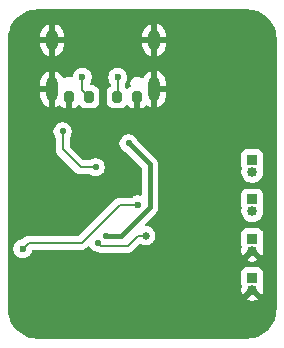
<source format=gbr>
%TF.GenerationSoftware,KiCad,Pcbnew,9.0.6*%
%TF.CreationDate,2025-12-26T02:16:26-08:00*%
%TF.ProjectId,NVG Monocular,4e564720-4d6f-46e6-9f63-756c61722e6b,rev?*%
%TF.SameCoordinates,Original*%
%TF.FileFunction,Copper,L2,Bot*%
%TF.FilePolarity,Positive*%
%FSLAX46Y46*%
G04 Gerber Fmt 4.6, Leading zero omitted, Abs format (unit mm)*
G04 Created by KiCad (PCBNEW 9.0.6) date 2025-12-26 02:16:26*
%MOMM*%
%LPD*%
G01*
G04 APERTURE LIST*
G04 Aperture macros list*
%AMRoundRect*
0 Rectangle with rounded corners*
0 $1 Rounding radius*
0 $2 $3 $4 $5 $6 $7 $8 $9 X,Y pos of 4 corners*
0 Add a 4 corners polygon primitive as box body*
4,1,4,$2,$3,$4,$5,$6,$7,$8,$9,$2,$3,0*
0 Add four circle primitives for the rounded corners*
1,1,$1+$1,$2,$3*
1,1,$1+$1,$4,$5*
1,1,$1+$1,$6,$7*
1,1,$1+$1,$8,$9*
0 Add four rect primitives between the rounded corners*
20,1,$1+$1,$2,$3,$4,$5,0*
20,1,$1+$1,$4,$5,$6,$7,0*
20,1,$1+$1,$6,$7,$8,$9,0*
20,1,$1+$1,$8,$9,$2,$3,0*%
G04 Aperture macros list end*
%TA.AperFunction,ComponentPad*%
%ADD10R,0.850000X0.850000*%
%TD*%
%TA.AperFunction,ComponentPad*%
%ADD11C,0.850000*%
%TD*%
%TA.AperFunction,ComponentPad*%
%ADD12O,1.000000X2.100000*%
%TD*%
%TA.AperFunction,ComponentPad*%
%ADD13O,1.000000X1.800000*%
%TD*%
%TA.AperFunction,SMDPad,CuDef*%
%ADD14RoundRect,0.200000X0.200000X0.275000X-0.200000X0.275000X-0.200000X-0.275000X0.200000X-0.275000X0*%
%TD*%
%TA.AperFunction,ViaPad*%
%ADD15C,0.600000*%
%TD*%
%TA.AperFunction,ViaPad*%
%ADD16C,0.533400*%
%TD*%
%TA.AperFunction,ViaPad*%
%ADD17C,0.635000*%
%TD*%
%TA.AperFunction,Conductor*%
%ADD18C,0.177800*%
%TD*%
%TA.AperFunction,Conductor*%
%ADD19C,0.381000*%
%TD*%
%TA.AperFunction,Conductor*%
%ADD20C,0.200000*%
%TD*%
G04 APERTURE END LIST*
D10*
%TO.P,J4,1,Pin_1*%
%TO.N,/BATT+*%
X158931600Y-92660000D03*
D11*
%TO.P,J4,2,Pin_2*%
%TO.N,GND*%
X158931600Y-93660000D03*
%TD*%
D10*
%TO.P,N1,1,5V*%
%TO.N,/6_SYS*%
X158931600Y-95990000D03*
D11*
%TO.P,N1,2,GND*%
%TO.N,GND*%
X158931600Y-96990000D03*
%TD*%
D10*
%TO.P,J1,1,Pin_1*%
%TO.N,/SDA*%
X158931600Y-89330000D03*
D11*
%TO.P,J1,2,Pin_2*%
%TO.N,/SCL*%
X158931600Y-90330000D03*
%TD*%
D10*
%TO.P,J3,1,Pin_1*%
%TO.N,Net-(J3-Pin_1)*%
X158931600Y-86000000D03*
D11*
%TO.P,J3,2,Pin_2*%
%TO.N,Net-(J3-Pin_2)*%
X158931600Y-87000000D03*
%TD*%
D12*
%TO.P,J2,SH1,SHELL_GND*%
%TO.N,GND*%
X150624000Y-79999000D03*
%TO.P,J2,SH2,SHELL_GND__1*%
X141984000Y-79999000D03*
D13*
%TO.P,J2,SH3,SHELL_GND__2*%
X150624000Y-75819000D03*
%TO.P,J2,SH4,SHELL_GND__3*%
X141984000Y-75819000D03*
%TD*%
D14*
%TO.P,R3,1*%
%TO.N,Net-(J2-CC2)*%
X145097000Y-80645000D03*
%TO.P,R3,2*%
%TO.N,GND*%
X143447000Y-80645000D03*
%TD*%
%TO.P,R1,1*%
%TO.N,GND*%
X149161000Y-80645000D03*
%TO.P,R1,2*%
%TO.N,Net-(J2-CC1)*%
X147511000Y-80645000D03*
%TD*%
D15*
%TO.N,GND*%
X158000000Y-100500000D03*
X157000000Y-100500000D03*
X156000000Y-100500000D03*
X155200000Y-88200000D03*
X139600000Y-79300000D03*
X153500000Y-94700000D03*
X159900000Y-77500000D03*
X139600000Y-75300000D03*
X139600000Y-80300000D03*
X139600000Y-77300000D03*
X158300000Y-83900000D03*
X159900000Y-79500000D03*
X157300000Y-83900000D03*
X139600000Y-78300000D03*
X154200000Y-88200000D03*
X155000000Y-100500000D03*
X159900000Y-81500000D03*
X152000000Y-100500000D03*
X155300000Y-83900000D03*
X156200000Y-88200000D03*
X143000000Y-89600000D03*
X159900000Y-80500000D03*
X154000000Y-100500000D03*
X159900000Y-78500000D03*
X143300000Y-82100000D03*
X159900000Y-75500000D03*
X153000000Y-100500000D03*
X159900000Y-76500000D03*
X156300000Y-83900000D03*
X139600000Y-81300000D03*
X139600000Y-76300000D03*
D16*
%TO.N,/VCC*%
X142875000Y-83566000D03*
X145669000Y-86604500D03*
%TO.N,/8_IN*%
X146558000Y-92456000D03*
X148463000Y-84582000D03*
D17*
%TO.N,/6_SYS*%
X149913901Y-92402099D03*
D16*
X145897399Y-92989199D03*
D15*
%TO.N,/INT*%
X149225000Y-89789000D03*
X139500000Y-93500000D03*
%TO.N,Net-(J2-CC2)*%
X144551400Y-78994000D03*
%TO.N,Net-(J2-CC1)*%
X147548600Y-78994000D03*
%TD*%
D18*
%TO.N,/VCC*%
X142875000Y-85080500D02*
X142875000Y-83566000D01*
X145669000Y-86604500D02*
X144399000Y-86604500D01*
X144399000Y-86604500D02*
X142875000Y-85080500D01*
D19*
%TO.N,/8_IN*%
X147794000Y-92456000D02*
X146558000Y-92456000D01*
X148463000Y-84582000D02*
X150250000Y-86369000D01*
X150250000Y-90000000D02*
X147794000Y-92456000D01*
X150250000Y-86369000D02*
X150250000Y-90000000D01*
D20*
%TO.N,/6_SYS*%
X146158200Y-93250000D02*
X145897399Y-92989199D01*
X148405600Y-93250000D02*
X146158200Y-93250000D01*
X149253501Y-92402099D02*
X148405600Y-93250000D01*
X149913901Y-92402099D02*
X149253501Y-92402099D01*
D18*
%TO.N,/INT*%
X140000000Y-93000000D02*
X144490000Y-93000000D01*
X144490000Y-93000000D02*
X147701000Y-89789000D01*
X147701000Y-89789000D02*
X149225000Y-89789000D01*
X139500000Y-93500000D02*
X140000000Y-93000000D01*
D20*
%TO.N,Net-(J2-CC2)*%
X144551400Y-80099400D02*
X145097000Y-80645000D01*
X144551400Y-78994000D02*
X144551400Y-80099400D01*
%TO.N,Net-(J2-CC1)*%
X147548600Y-78994000D02*
X147548600Y-80607400D01*
X147548600Y-80607400D02*
X147511000Y-80645000D01*
%TD*%
%TA.AperFunction,Conductor*%
%TO.N,GND*%
G36*
X158503036Y-73233626D02*
G01*
X158793324Y-73251185D01*
X158808188Y-73252990D01*
X159090552Y-73304735D01*
X159105089Y-73308318D01*
X159379146Y-73393718D01*
X159393137Y-73399023D01*
X159654926Y-73516844D01*
X159668172Y-73523797D01*
X159913844Y-73672311D01*
X159926155Y-73680809D01*
X160152133Y-73857851D01*
X160163341Y-73867781D01*
X160366318Y-74070758D01*
X160376248Y-74081966D01*
X160553286Y-74307938D01*
X160561790Y-74320259D01*
X160710299Y-74565921D01*
X160717258Y-74579180D01*
X160835074Y-74840957D01*
X160840383Y-74854958D01*
X160925780Y-75129009D01*
X160929364Y-75143547D01*
X160981109Y-75425911D01*
X160982914Y-75440776D01*
X161000474Y-75731063D01*
X161000700Y-75738550D01*
X161000700Y-98599049D01*
X161000474Y-98606536D01*
X160982914Y-98896823D01*
X160981109Y-98911688D01*
X160929364Y-99194052D01*
X160925780Y-99208590D01*
X160840383Y-99482641D01*
X160835074Y-99496642D01*
X160717258Y-99758419D01*
X160710299Y-99771678D01*
X160561792Y-100017338D01*
X160553286Y-100029661D01*
X160376248Y-100255633D01*
X160366318Y-100266841D01*
X160163341Y-100469818D01*
X160152133Y-100479748D01*
X159926161Y-100656786D01*
X159913838Y-100665292D01*
X159668178Y-100813799D01*
X159654919Y-100820758D01*
X159393142Y-100938574D01*
X159379141Y-100943883D01*
X159105090Y-101029280D01*
X159090552Y-101032864D01*
X158808188Y-101084609D01*
X158793323Y-101086414D01*
X158503036Y-101103974D01*
X158495549Y-101104200D01*
X140757851Y-101104200D01*
X140750364Y-101103974D01*
X140460076Y-101086414D01*
X140445211Y-101084609D01*
X140162847Y-101032864D01*
X140148309Y-101029280D01*
X139874258Y-100943883D01*
X139860257Y-100938574D01*
X139598480Y-100820758D01*
X139585221Y-100813799D01*
X139339561Y-100665292D01*
X139327238Y-100656786D01*
X139101266Y-100479748D01*
X139090058Y-100469818D01*
X138887081Y-100266841D01*
X138877151Y-100255633D01*
X138700113Y-100029661D01*
X138691611Y-100017344D01*
X138543097Y-99771672D01*
X138536144Y-99758426D01*
X138418323Y-99496637D01*
X138413016Y-99482641D01*
X138327619Y-99208590D01*
X138324035Y-99194052D01*
X138272290Y-98911688D01*
X138270485Y-98896823D01*
X138252926Y-98606536D01*
X138252700Y-98599049D01*
X138252700Y-97798500D01*
X158476650Y-97798500D01*
X158493449Y-97809725D01*
X158493455Y-97809728D01*
X158661782Y-97879451D01*
X158661794Y-97879454D01*
X158840490Y-97914999D01*
X158840494Y-97915000D01*
X159022706Y-97915000D01*
X159022709Y-97914999D01*
X159201405Y-97879454D01*
X159201413Y-97879452D01*
X159369751Y-97809724D01*
X159369754Y-97809723D01*
X159386547Y-97798500D01*
X159386548Y-97798500D01*
X158931601Y-97343553D01*
X158931600Y-97343553D01*
X158476650Y-97798500D01*
X138252700Y-97798500D01*
X138252700Y-95517135D01*
X158006100Y-95517135D01*
X158006100Y-96462870D01*
X158006101Y-96462876D01*
X158012508Y-96522483D01*
X158048302Y-96618451D01*
X158053286Y-96688143D01*
X158046685Y-96709227D01*
X158042149Y-96720180D01*
X158042145Y-96720190D01*
X158006600Y-96898891D01*
X158006600Y-97081109D01*
X158042145Y-97259805D01*
X158042148Y-97259817D01*
X158111871Y-97428145D01*
X158123098Y-97444947D01*
X158616227Y-96951818D01*
X158643154Y-96937114D01*
X158668973Y-96920522D01*
X158675173Y-96919630D01*
X158677550Y-96918333D01*
X158691299Y-96916854D01*
X158681600Y-96940272D01*
X158681600Y-97039728D01*
X158719660Y-97131614D01*
X158789986Y-97201940D01*
X158881872Y-97240000D01*
X158981328Y-97240000D01*
X159073214Y-97201940D01*
X159143540Y-97131614D01*
X159181600Y-97039728D01*
X159181600Y-96940272D01*
X159173007Y-96919526D01*
X159226330Y-96935184D01*
X159246972Y-96951818D01*
X159740100Y-97444948D01*
X159751324Y-97428152D01*
X159751324Y-97428151D01*
X159821052Y-97259813D01*
X159821054Y-97259805D01*
X159856599Y-97081109D01*
X159856600Y-97081106D01*
X159856600Y-96898894D01*
X159856599Y-96898890D01*
X159821054Y-96720194D01*
X159821051Y-96720182D01*
X159816517Y-96709235D01*
X159809050Y-96639766D01*
X159814897Y-96618452D01*
X159850691Y-96522482D01*
X159857100Y-96462873D01*
X159857099Y-95517128D01*
X159850691Y-95457517D01*
X159800396Y-95322669D01*
X159800395Y-95322668D01*
X159800393Y-95322664D01*
X159714147Y-95207455D01*
X159714144Y-95207452D01*
X159598935Y-95121206D01*
X159598928Y-95121202D01*
X159464082Y-95070908D01*
X159464083Y-95070908D01*
X159404483Y-95064501D01*
X159404481Y-95064500D01*
X159404473Y-95064500D01*
X159404464Y-95064500D01*
X158458729Y-95064500D01*
X158458723Y-95064501D01*
X158399116Y-95070908D01*
X158264271Y-95121202D01*
X158264264Y-95121206D01*
X158149055Y-95207452D01*
X158149052Y-95207455D01*
X158062806Y-95322664D01*
X158062802Y-95322671D01*
X158012508Y-95457517D01*
X158006101Y-95517116D01*
X158006101Y-95517123D01*
X158006100Y-95517135D01*
X138252700Y-95517135D01*
X138252700Y-94468500D01*
X158476650Y-94468500D01*
X158493449Y-94479725D01*
X158493455Y-94479728D01*
X158661782Y-94549451D01*
X158661794Y-94549454D01*
X158840490Y-94584999D01*
X158840494Y-94585000D01*
X159022706Y-94585000D01*
X159022709Y-94584999D01*
X159201405Y-94549454D01*
X159201413Y-94549452D01*
X159369751Y-94479724D01*
X159369754Y-94479723D01*
X159386547Y-94468500D01*
X159386548Y-94468500D01*
X158931601Y-94013553D01*
X158931600Y-94013553D01*
X158476650Y-94468500D01*
X138252700Y-94468500D01*
X138252700Y-93421153D01*
X138699500Y-93421153D01*
X138699500Y-93578846D01*
X138730261Y-93733489D01*
X138730264Y-93733501D01*
X138790602Y-93879172D01*
X138790609Y-93879185D01*
X138878210Y-94010288D01*
X138878213Y-94010292D01*
X138989707Y-94121786D01*
X138989711Y-94121789D01*
X139120814Y-94209390D01*
X139120827Y-94209397D01*
X139266498Y-94269735D01*
X139266503Y-94269737D01*
X139421153Y-94300499D01*
X139421156Y-94300500D01*
X139421158Y-94300500D01*
X139578844Y-94300500D01*
X139578844Y-94300499D01*
X139733497Y-94269737D01*
X139879179Y-94209394D01*
X140010289Y-94121789D01*
X140121789Y-94010289D01*
X140209394Y-93879179D01*
X140212393Y-93871940D01*
X140259840Y-93757390D01*
X140269737Y-93733497D01*
X140278547Y-93689209D01*
X140310932Y-93627298D01*
X140371648Y-93592724D01*
X140400164Y-93589400D01*
X144567593Y-93589400D01*
X144567596Y-93589400D01*
X144717500Y-93549233D01*
X144851900Y-93471637D01*
X145014070Y-93309466D01*
X145075391Y-93275983D01*
X145145082Y-93280967D01*
X145201016Y-93322838D01*
X145216309Y-93349693D01*
X145217513Y-93352601D01*
X145217518Y-93352610D01*
X145301475Y-93478259D01*
X145301478Y-93478263D01*
X145408334Y-93585119D01*
X145408338Y-93585122D01*
X145533987Y-93669079D01*
X145533993Y-93669082D01*
X145533994Y-93669083D01*
X145673615Y-93726916D01*
X145728537Y-93737840D01*
X145820787Y-93756191D01*
X145823973Y-93757390D01*
X145825823Y-93757302D01*
X145858587Y-93770415D01*
X145876290Y-93780636D01*
X145876294Y-93780640D01*
X145876295Y-93780639D01*
X145926415Y-93809577D01*
X146079142Y-93850500D01*
X146079143Y-93850500D01*
X148318931Y-93850500D01*
X148318947Y-93850501D01*
X148326543Y-93850501D01*
X148484654Y-93850501D01*
X148484657Y-93850501D01*
X148637385Y-93809577D01*
X148687504Y-93780639D01*
X148774316Y-93730520D01*
X148886120Y-93618716D01*
X148886120Y-93618714D01*
X148896328Y-93608507D01*
X148896330Y-93608504D01*
X149365397Y-93139436D01*
X149426718Y-93105953D01*
X149496410Y-93110937D01*
X149521964Y-93124015D01*
X149526433Y-93127001D01*
X149675299Y-93188664D01*
X149833330Y-93220098D01*
X149833334Y-93220099D01*
X149833335Y-93220099D01*
X149994468Y-93220099D01*
X149994469Y-93220098D01*
X150152503Y-93188664D01*
X150301369Y-93127001D01*
X150435346Y-93037481D01*
X150549283Y-92923544D01*
X150638803Y-92789567D01*
X150700466Y-92640701D01*
X150731901Y-92482665D01*
X150731901Y-92321533D01*
X150705167Y-92187135D01*
X158006100Y-92187135D01*
X158006100Y-93132870D01*
X158006101Y-93132876D01*
X158012508Y-93192483D01*
X158048302Y-93288451D01*
X158053286Y-93358143D01*
X158046685Y-93379227D01*
X158042149Y-93390180D01*
X158042145Y-93390190D01*
X158006600Y-93568891D01*
X158006600Y-93751109D01*
X158042145Y-93929805D01*
X158042148Y-93929817D01*
X158111871Y-94098145D01*
X158123098Y-94114947D01*
X158616227Y-93621818D01*
X158643154Y-93607114D01*
X158668973Y-93590522D01*
X158675173Y-93589630D01*
X158677550Y-93588333D01*
X158691299Y-93586854D01*
X158681600Y-93610272D01*
X158681600Y-93709728D01*
X158719660Y-93801614D01*
X158789986Y-93871940D01*
X158881872Y-93910000D01*
X158981328Y-93910000D01*
X159073214Y-93871940D01*
X159143540Y-93801614D01*
X159181600Y-93709728D01*
X159181600Y-93610272D01*
X159173007Y-93589526D01*
X159226330Y-93605184D01*
X159246972Y-93621818D01*
X159740100Y-94114948D01*
X159751324Y-94098152D01*
X159751324Y-94098151D01*
X159821052Y-93929813D01*
X159821054Y-93929805D01*
X159856599Y-93751109D01*
X159856600Y-93751106D01*
X159856600Y-93568894D01*
X159856599Y-93568890D01*
X159821054Y-93390194D01*
X159821051Y-93390182D01*
X159816517Y-93379235D01*
X159809050Y-93309766D01*
X159814897Y-93288452D01*
X159850691Y-93192482D01*
X159851101Y-93188665D01*
X159857100Y-93132873D01*
X159857099Y-92187128D01*
X159850691Y-92127517D01*
X159808587Y-92014631D01*
X159800397Y-91992671D01*
X159800393Y-91992664D01*
X159714147Y-91877455D01*
X159714144Y-91877452D01*
X159598935Y-91791206D01*
X159598928Y-91791202D01*
X159464082Y-91740908D01*
X159464083Y-91740908D01*
X159404483Y-91734501D01*
X159404481Y-91734500D01*
X159404473Y-91734500D01*
X159404464Y-91734500D01*
X158458729Y-91734500D01*
X158458723Y-91734501D01*
X158399116Y-91740908D01*
X158264271Y-91791202D01*
X158264264Y-91791206D01*
X158149055Y-91877452D01*
X158149052Y-91877455D01*
X158062806Y-91992664D01*
X158062802Y-91992671D01*
X158012508Y-92127517D01*
X158006101Y-92187116D01*
X158006101Y-92187123D01*
X158006100Y-92187135D01*
X150705167Y-92187135D01*
X150705166Y-92187128D01*
X150700467Y-92163504D01*
X150700466Y-92163497D01*
X150669634Y-92089064D01*
X150638804Y-92014632D01*
X150549281Y-91880651D01*
X150435348Y-91766718D01*
X150301367Y-91677195D01*
X150152503Y-91615534D01*
X150152495Y-91615532D01*
X149994471Y-91584099D01*
X149994467Y-91584099D01*
X149942483Y-91584099D01*
X149875444Y-91564414D01*
X149829689Y-91511610D01*
X149819745Y-91442452D01*
X149848770Y-91378896D01*
X149854802Y-91372418D01*
X150178335Y-91048886D01*
X150786735Y-90440486D01*
X150799651Y-90421156D01*
X158006099Y-90421156D01*
X158041665Y-90599952D01*
X158041668Y-90599962D01*
X158111431Y-90768387D01*
X158111433Y-90768391D01*
X158212713Y-90919967D01*
X158212719Y-90919975D01*
X158341624Y-91048880D01*
X158341632Y-91048886D01*
X158493208Y-91150166D01*
X158493212Y-91150168D01*
X158661637Y-91219931D01*
X158661642Y-91219933D01*
X158661646Y-91219933D01*
X158661647Y-91219934D01*
X158840443Y-91255500D01*
X158840446Y-91255500D01*
X159022756Y-91255500D01*
X159143045Y-91231572D01*
X159201558Y-91219933D01*
X159369989Y-91150167D01*
X159369991Y-91150166D01*
X159445272Y-91099864D01*
X159521572Y-91048883D01*
X159650483Y-90919972D01*
X159751767Y-90768389D01*
X159821533Y-90599958D01*
X159847428Y-90469780D01*
X159857100Y-90421156D01*
X159857100Y-90238843D01*
X159821534Y-90060046D01*
X159821533Y-90060043D01*
X159821533Y-90060042D01*
X159816774Y-90048555D01*
X159809303Y-89979088D01*
X159815148Y-89957776D01*
X159850691Y-89862483D01*
X159857100Y-89802873D01*
X159857099Y-88857128D01*
X159850691Y-88797517D01*
X159800396Y-88662669D01*
X159800395Y-88662668D01*
X159800393Y-88662664D01*
X159714147Y-88547455D01*
X159714144Y-88547452D01*
X159598935Y-88461206D01*
X159598928Y-88461202D01*
X159464082Y-88410908D01*
X159464083Y-88410908D01*
X159404483Y-88404501D01*
X159404481Y-88404500D01*
X159404473Y-88404500D01*
X159404464Y-88404500D01*
X158458729Y-88404500D01*
X158458723Y-88404501D01*
X158399116Y-88410908D01*
X158264271Y-88461202D01*
X158264264Y-88461206D01*
X158149055Y-88547452D01*
X158149052Y-88547455D01*
X158062806Y-88662664D01*
X158062802Y-88662671D01*
X158012508Y-88797517D01*
X158006101Y-88857116D01*
X158006101Y-88857123D01*
X158006100Y-88857135D01*
X158006100Y-89802870D01*
X158006101Y-89802876D01*
X158012508Y-89862483D01*
X158048047Y-89957765D01*
X158053031Y-90027456D01*
X158046428Y-90048545D01*
X158041669Y-90060034D01*
X158041665Y-90060047D01*
X158006100Y-90238843D01*
X158006100Y-90238846D01*
X158006100Y-90421154D01*
X158006100Y-90421156D01*
X158006099Y-90421156D01*
X150799651Y-90421156D01*
X150862356Y-90327311D01*
X150914445Y-90201557D01*
X150941000Y-90068057D01*
X150941000Y-89931943D01*
X150941000Y-87091156D01*
X158006099Y-87091156D01*
X158041665Y-87269952D01*
X158041668Y-87269962D01*
X158111431Y-87438387D01*
X158111433Y-87438391D01*
X158212713Y-87589967D01*
X158212719Y-87589975D01*
X158341624Y-87718880D01*
X158341632Y-87718886D01*
X158493208Y-87820166D01*
X158493212Y-87820168D01*
X158661637Y-87889931D01*
X158661642Y-87889933D01*
X158661646Y-87889933D01*
X158661647Y-87889934D01*
X158840443Y-87925500D01*
X158840446Y-87925500D01*
X159022756Y-87925500D01*
X159143045Y-87901572D01*
X159201558Y-87889933D01*
X159369989Y-87820167D01*
X159369991Y-87820166D01*
X159445272Y-87769864D01*
X159521572Y-87718883D01*
X159650483Y-87589972D01*
X159751767Y-87438389D01*
X159821533Y-87269958D01*
X159844652Y-87153733D01*
X159857100Y-87091156D01*
X159857100Y-86908843D01*
X159821534Y-86730046D01*
X159821533Y-86730043D01*
X159821533Y-86730042D01*
X159816774Y-86718555D01*
X159809303Y-86649088D01*
X159815148Y-86627776D01*
X159850691Y-86532483D01*
X159857100Y-86472873D01*
X159857099Y-85527128D01*
X159850691Y-85467517D01*
X159841321Y-85442396D01*
X159800397Y-85332671D01*
X159800393Y-85332664D01*
X159714147Y-85217455D01*
X159714144Y-85217452D01*
X159598935Y-85131206D01*
X159598928Y-85131202D01*
X159464082Y-85080908D01*
X159464083Y-85080908D01*
X159404483Y-85074501D01*
X159404481Y-85074500D01*
X159404473Y-85074500D01*
X159404464Y-85074500D01*
X158458729Y-85074500D01*
X158458723Y-85074501D01*
X158399116Y-85080908D01*
X158264271Y-85131202D01*
X158264264Y-85131206D01*
X158149055Y-85217452D01*
X158149052Y-85217455D01*
X158062806Y-85332664D01*
X158062802Y-85332671D01*
X158012508Y-85467517D01*
X158006101Y-85527116D01*
X158006101Y-85527123D01*
X158006100Y-85527135D01*
X158006100Y-86472870D01*
X158006101Y-86472876D01*
X158012508Y-86532483D01*
X158048047Y-86627765D01*
X158053031Y-86697456D01*
X158046428Y-86718545D01*
X158041669Y-86730034D01*
X158041665Y-86730047D01*
X158006100Y-86908843D01*
X158006100Y-86908846D01*
X158006100Y-87091154D01*
X158006100Y-87091156D01*
X158006099Y-87091156D01*
X150941000Y-87091156D01*
X150941000Y-86300942D01*
X150941000Y-86300939D01*
X150914446Y-86167448D01*
X150914445Y-86167447D01*
X150914445Y-86167443D01*
X150892903Y-86115435D01*
X150862359Y-86041695D01*
X150862352Y-86041682D01*
X150786735Y-85928514D01*
X150782835Y-85924614D01*
X150690487Y-85832266D01*
X149207041Y-84348819D01*
X149180161Y-84308590D01*
X149142887Y-84218601D01*
X149142880Y-84218588D01*
X149058923Y-84092939D01*
X149058920Y-84092935D01*
X148952064Y-83986079D01*
X148952060Y-83986076D01*
X148826411Y-83902119D01*
X148826402Y-83902114D01*
X148686784Y-83844283D01*
X148686776Y-83844281D01*
X148538566Y-83814800D01*
X148538563Y-83814800D01*
X148387437Y-83814800D01*
X148387434Y-83814800D01*
X148239223Y-83844281D01*
X148239215Y-83844283D01*
X148099597Y-83902114D01*
X148099588Y-83902119D01*
X147973939Y-83986076D01*
X147973935Y-83986079D01*
X147867079Y-84092935D01*
X147867076Y-84092939D01*
X147783119Y-84218588D01*
X147783114Y-84218597D01*
X147725283Y-84358215D01*
X147725281Y-84358223D01*
X147695800Y-84506432D01*
X147695800Y-84657567D01*
X147725281Y-84805776D01*
X147725283Y-84805784D01*
X147783114Y-84945402D01*
X147783119Y-84945411D01*
X147867076Y-85071060D01*
X147867079Y-85071064D01*
X147973935Y-85177920D01*
X147973939Y-85177923D01*
X148099588Y-85261880D01*
X148099601Y-85261887D01*
X148189590Y-85299161D01*
X148229819Y-85326041D01*
X148882559Y-85978781D01*
X149522681Y-86618902D01*
X149556166Y-86680225D01*
X149559000Y-86706583D01*
X149559000Y-88888159D01*
X149539315Y-88955198D01*
X149486511Y-89000953D01*
X149417353Y-89010897D01*
X149410809Y-89009776D01*
X149303846Y-88988500D01*
X149303842Y-88988500D01*
X149146158Y-88988500D01*
X149146155Y-88988500D01*
X148991510Y-89019261D01*
X148991498Y-89019264D01*
X148845827Y-89079602D01*
X148845814Y-89079609D01*
X148714711Y-89167210D01*
X148710001Y-89171076D01*
X148708256Y-89168950D01*
X148657317Y-89196766D01*
X148630959Y-89199600D01*
X147623404Y-89199600D01*
X147473500Y-89239767D01*
X147473498Y-89239767D01*
X147473498Y-89239768D01*
X147445244Y-89256081D01*
X147445242Y-89256082D01*
X147339101Y-89317361D01*
X147339098Y-89317363D01*
X144282182Y-92374281D01*
X144220859Y-92407766D01*
X144194501Y-92410600D01*
X139922404Y-92410600D01*
X139772500Y-92450767D01*
X139772498Y-92450767D01*
X139772498Y-92450768D01*
X139745418Y-92466403D01*
X139745416Y-92466404D01*
X139638101Y-92528361D01*
X139638098Y-92528363D01*
X139503281Y-92663181D01*
X139441958Y-92696666D01*
X139427154Y-92698257D01*
X139427218Y-92698903D01*
X139421153Y-92699500D01*
X139266510Y-92730261D01*
X139266498Y-92730264D01*
X139120827Y-92790602D01*
X139120814Y-92790609D01*
X138989711Y-92878210D01*
X138989707Y-92878213D01*
X138878213Y-92989707D01*
X138878210Y-92989711D01*
X138790609Y-93120814D01*
X138790602Y-93120827D01*
X138730264Y-93266498D01*
X138730261Y-93266510D01*
X138699500Y-93421153D01*
X138252700Y-93421153D01*
X138252700Y-83490432D01*
X142107800Y-83490432D01*
X142107800Y-83641567D01*
X142137281Y-83789776D01*
X142137283Y-83789784D01*
X142195114Y-83929402D01*
X142195116Y-83929405D01*
X142264702Y-84033548D01*
X142285580Y-84100224D01*
X142285600Y-84102438D01*
X142285600Y-85002904D01*
X142285600Y-85158096D01*
X142313411Y-85261887D01*
X142325768Y-85308003D01*
X142380309Y-85402469D01*
X142403363Y-85442400D01*
X143927363Y-86966400D01*
X144037100Y-87076137D01*
X144131569Y-87130679D01*
X144171496Y-87153731D01*
X144171497Y-87153731D01*
X144171500Y-87153733D01*
X144321404Y-87193900D01*
X145132561Y-87193900D01*
X145199600Y-87213585D01*
X145201452Y-87214798D01*
X145305588Y-87284380D01*
X145305594Y-87284383D01*
X145305595Y-87284384D01*
X145445216Y-87342217D01*
X145593432Y-87371699D01*
X145593435Y-87371700D01*
X145593437Y-87371700D01*
X145744565Y-87371700D01*
X145744566Y-87371699D01*
X145892784Y-87342217D01*
X146032405Y-87284384D01*
X146158061Y-87200423D01*
X146264923Y-87093561D01*
X146348884Y-86967905D01*
X146406717Y-86828284D01*
X146436200Y-86680063D01*
X146436200Y-86528937D01*
X146436200Y-86528934D01*
X146436199Y-86528932D01*
X146425048Y-86472872D01*
X146406717Y-86380716D01*
X146348884Y-86241095D01*
X146348883Y-86241094D01*
X146348880Y-86241088D01*
X146264923Y-86115439D01*
X146264920Y-86115435D01*
X146158064Y-86008579D01*
X146158060Y-86008576D01*
X146032411Y-85924619D01*
X146032402Y-85924614D01*
X145892784Y-85866783D01*
X145892776Y-85866781D01*
X145744566Y-85837300D01*
X145744563Y-85837300D01*
X145593437Y-85837300D01*
X145593434Y-85837300D01*
X145445223Y-85866781D01*
X145445215Y-85866783D01*
X145305597Y-85924614D01*
X145305588Y-85924619D01*
X145201452Y-85994202D01*
X145134775Y-86015080D01*
X145132561Y-86015100D01*
X144694499Y-86015100D01*
X144627460Y-85995415D01*
X144606818Y-85978781D01*
X143500719Y-84872682D01*
X143467234Y-84811359D01*
X143464400Y-84785001D01*
X143464400Y-84102438D01*
X143484085Y-84035399D01*
X143485253Y-84033613D01*
X143554884Y-83929405D01*
X143612717Y-83789784D01*
X143642200Y-83641563D01*
X143642200Y-83490437D01*
X143642200Y-83490434D01*
X143642199Y-83490432D01*
X143612718Y-83342223D01*
X143612717Y-83342216D01*
X143554884Y-83202595D01*
X143554883Y-83202594D01*
X143554880Y-83202588D01*
X143470923Y-83076939D01*
X143470920Y-83076935D01*
X143364064Y-82970079D01*
X143364060Y-82970076D01*
X143238411Y-82886119D01*
X143238402Y-82886114D01*
X143098784Y-82828283D01*
X143098776Y-82828281D01*
X142950566Y-82798800D01*
X142950563Y-82798800D01*
X142799437Y-82798800D01*
X142799434Y-82798800D01*
X142651223Y-82828281D01*
X142651215Y-82828283D01*
X142511597Y-82886114D01*
X142511588Y-82886119D01*
X142385939Y-82970076D01*
X142385935Y-82970079D01*
X142279079Y-83076935D01*
X142279076Y-83076939D01*
X142195119Y-83202588D01*
X142195114Y-83202597D01*
X142137283Y-83342215D01*
X142137281Y-83342223D01*
X142107800Y-83490432D01*
X138252700Y-83490432D01*
X138252700Y-79350504D01*
X140984000Y-79350504D01*
X140984000Y-79749000D01*
X141684000Y-79749000D01*
X141684000Y-80249000D01*
X140984000Y-80249000D01*
X140984000Y-80647495D01*
X141022427Y-80840681D01*
X141022430Y-80840693D01*
X141097807Y-81022671D01*
X141097814Y-81022684D01*
X141207248Y-81186462D01*
X141207251Y-81186466D01*
X141346533Y-81325748D01*
X141346537Y-81325751D01*
X141510315Y-81435185D01*
X141510328Y-81435192D01*
X141692308Y-81510569D01*
X141734000Y-81518862D01*
X141734000Y-80715988D01*
X141743940Y-80733205D01*
X141799795Y-80789060D01*
X141868204Y-80828556D01*
X141944504Y-80849000D01*
X142023496Y-80849000D01*
X142099796Y-80828556D01*
X142168205Y-80789060D01*
X142224060Y-80733205D01*
X142234000Y-80715988D01*
X142234000Y-81518862D01*
X142275690Y-81510569D01*
X142275692Y-81510569D01*
X142457671Y-81435192D01*
X142457686Y-81435184D01*
X142561628Y-81365731D01*
X142628305Y-81344852D01*
X142695686Y-81363336D01*
X142718201Y-81381151D01*
X142812122Y-81475072D01*
X142957604Y-81563019D01*
X142957603Y-81563019D01*
X143119894Y-81613590D01*
X143119893Y-81613590D01*
X143190408Y-81619998D01*
X143190426Y-81619999D01*
X143196999Y-81619998D01*
X143197000Y-81619998D01*
X143197000Y-80769000D01*
X143216685Y-80701961D01*
X143269489Y-80656206D01*
X143321000Y-80645000D01*
X143573000Y-80645000D01*
X143640039Y-80664685D01*
X143685794Y-80717489D01*
X143697000Y-80769000D01*
X143697000Y-81619999D01*
X143703581Y-81619999D01*
X143774102Y-81613591D01*
X143774107Y-81613590D01*
X143936396Y-81563018D01*
X144081877Y-81475072D01*
X144081878Y-81475071D01*
X144183963Y-81372985D01*
X144245286Y-81339499D01*
X144314977Y-81344483D01*
X144359326Y-81372984D01*
X144461811Y-81475469D01*
X144461813Y-81475470D01*
X144461815Y-81475472D01*
X144607394Y-81563478D01*
X144769804Y-81614086D01*
X144840384Y-81620500D01*
X144840387Y-81620500D01*
X145353613Y-81620500D01*
X145353616Y-81620500D01*
X145424196Y-81614086D01*
X145586606Y-81563478D01*
X145732185Y-81475472D01*
X145852472Y-81355185D01*
X145940478Y-81209606D01*
X145991086Y-81047196D01*
X145997500Y-80976616D01*
X145997500Y-80313386D01*
X146610500Y-80313386D01*
X146610500Y-80976613D01*
X146616913Y-81047192D01*
X146616913Y-81047194D01*
X146616914Y-81047196D01*
X146667522Y-81209606D01*
X146749281Y-81344852D01*
X146755530Y-81355188D01*
X146875811Y-81475469D01*
X146875813Y-81475470D01*
X146875815Y-81475472D01*
X147021394Y-81563478D01*
X147183804Y-81614086D01*
X147254384Y-81620500D01*
X147254387Y-81620500D01*
X147767613Y-81620500D01*
X147767616Y-81620500D01*
X147838196Y-81614086D01*
X148000606Y-81563478D01*
X148146185Y-81475472D01*
X148248673Y-81372983D01*
X148309994Y-81339499D01*
X148379685Y-81344483D01*
X148424034Y-81372984D01*
X148526122Y-81475072D01*
X148671604Y-81563019D01*
X148671603Y-81563019D01*
X148833894Y-81613590D01*
X148833893Y-81613590D01*
X148904408Y-81619998D01*
X148904426Y-81619999D01*
X148910999Y-81619998D01*
X148911000Y-81619998D01*
X148911000Y-80769000D01*
X148930685Y-80701961D01*
X148983489Y-80656206D01*
X149035000Y-80645000D01*
X149287000Y-80645000D01*
X149354039Y-80664685D01*
X149399794Y-80717489D01*
X149411000Y-80769000D01*
X149411000Y-81619999D01*
X149417581Y-81619999D01*
X149488102Y-81613591D01*
X149488107Y-81613590D01*
X149650396Y-81563018D01*
X149795877Y-81475072D01*
X149795878Y-81475071D01*
X149889796Y-81381152D01*
X149951119Y-81347666D01*
X150020810Y-81352650D01*
X150046369Y-81365730D01*
X150150315Y-81435185D01*
X150150328Y-81435192D01*
X150332308Y-81510569D01*
X150374000Y-81518862D01*
X150374000Y-80715988D01*
X150383940Y-80733205D01*
X150439795Y-80789060D01*
X150508204Y-80828556D01*
X150584504Y-80849000D01*
X150663496Y-80849000D01*
X150739796Y-80828556D01*
X150808205Y-80789060D01*
X150864060Y-80733205D01*
X150874000Y-80715988D01*
X150874000Y-81518862D01*
X150915690Y-81510569D01*
X150915692Y-81510569D01*
X151097671Y-81435192D01*
X151097684Y-81435185D01*
X151261462Y-81325751D01*
X151261466Y-81325748D01*
X151400748Y-81186466D01*
X151400751Y-81186462D01*
X151510185Y-81022684D01*
X151510192Y-81022671D01*
X151585569Y-80840693D01*
X151585572Y-80840681D01*
X151623999Y-80647495D01*
X151624000Y-80647492D01*
X151624000Y-80249000D01*
X150924000Y-80249000D01*
X150924000Y-79749000D01*
X151624000Y-79749000D01*
X151624000Y-79350508D01*
X151623999Y-79350504D01*
X151585572Y-79157318D01*
X151585569Y-79157306D01*
X151510192Y-78975328D01*
X151510185Y-78975315D01*
X151400751Y-78811537D01*
X151400748Y-78811533D01*
X151261466Y-78672251D01*
X151261462Y-78672248D01*
X151097684Y-78562814D01*
X151097671Y-78562807D01*
X150915691Y-78487429D01*
X150915683Y-78487427D01*
X150874000Y-78479135D01*
X150874000Y-79282011D01*
X150864060Y-79264795D01*
X150808205Y-79208940D01*
X150739796Y-79169444D01*
X150663496Y-79149000D01*
X150584504Y-79149000D01*
X150508204Y-79169444D01*
X150439795Y-79208940D01*
X150383940Y-79264795D01*
X150374000Y-79282011D01*
X150374000Y-78479136D01*
X150373999Y-78479135D01*
X150332316Y-78487427D01*
X150332308Y-78487429D01*
X150150328Y-78562807D01*
X150150315Y-78562814D01*
X149986537Y-78672248D01*
X149986533Y-78672251D01*
X149847251Y-78811533D01*
X149847248Y-78811537D01*
X149737814Y-78975315D01*
X149737809Y-78975324D01*
X149733866Y-78984845D01*
X149690023Y-79039247D01*
X149623728Y-79061310D01*
X149556030Y-79044029D01*
X149550597Y-79040351D01*
X149416136Y-78962719D01*
X149342950Y-78943109D01*
X149269766Y-78923500D01*
X149118234Y-78923500D01*
X148971863Y-78962719D01*
X148840635Y-79038485D01*
X148840632Y-79038487D01*
X148733487Y-79145632D01*
X148733485Y-79145635D01*
X148657719Y-79276863D01*
X148631914Y-79373172D01*
X148618500Y-79423234D01*
X148618500Y-79574766D01*
X148636886Y-79643384D01*
X148635223Y-79713234D01*
X148597484Y-79769903D01*
X148416726Y-79923760D01*
X148389178Y-79936047D01*
X148362711Y-79950500D01*
X148357599Y-79950134D01*
X148352917Y-79952223D01*
X148323100Y-79947667D01*
X148293019Y-79945516D01*
X148288028Y-79942308D01*
X148283849Y-79941670D01*
X148275297Y-79934126D01*
X148248673Y-79917016D01*
X148185418Y-79853761D01*
X148151934Y-79792437D01*
X148149100Y-79766080D01*
X148149100Y-79573765D01*
X148168785Y-79506726D01*
X148169998Y-79504874D01*
X148257990Y-79373185D01*
X148257990Y-79373184D01*
X148257994Y-79373179D01*
X148318337Y-79227497D01*
X148349100Y-79072842D01*
X148349100Y-78915158D01*
X148349100Y-78915155D01*
X148349099Y-78915153D01*
X148328488Y-78811537D01*
X148318337Y-78760503D01*
X148281781Y-78672248D01*
X148257997Y-78614827D01*
X148257990Y-78614814D01*
X148170389Y-78483711D01*
X148170386Y-78483707D01*
X148058892Y-78372213D01*
X148058888Y-78372210D01*
X147927785Y-78284609D01*
X147927772Y-78284602D01*
X147782101Y-78224264D01*
X147782089Y-78224261D01*
X147627445Y-78193500D01*
X147627442Y-78193500D01*
X147469758Y-78193500D01*
X147469755Y-78193500D01*
X147315110Y-78224261D01*
X147315098Y-78224264D01*
X147169427Y-78284602D01*
X147169414Y-78284609D01*
X147038311Y-78372210D01*
X147038307Y-78372213D01*
X146926813Y-78483707D01*
X146926810Y-78483711D01*
X146839209Y-78614814D01*
X146839202Y-78614827D01*
X146778864Y-78760498D01*
X146778861Y-78760510D01*
X146748100Y-78915153D01*
X146748100Y-79072846D01*
X146778861Y-79227489D01*
X146778864Y-79227501D01*
X146839202Y-79373172D01*
X146839209Y-79373185D01*
X146927202Y-79504874D01*
X146932852Y-79522920D01*
X146943077Y-79538830D01*
X146947528Y-79569789D01*
X146948080Y-79571551D01*
X146948100Y-79573765D01*
X146948100Y-79700893D01*
X146928415Y-79767932D01*
X146888253Y-79807008D01*
X146875816Y-79814526D01*
X146875811Y-79814530D01*
X146755530Y-79934811D01*
X146667522Y-80080393D01*
X146616913Y-80242807D01*
X146610500Y-80313386D01*
X145997500Y-80313386D01*
X145997500Y-80313384D01*
X145991086Y-80242804D01*
X145940478Y-80080394D01*
X145852472Y-79934815D01*
X145852470Y-79934813D01*
X145852469Y-79934811D01*
X145732188Y-79814530D01*
X145732181Y-79814526D01*
X145586606Y-79726522D01*
X145424196Y-79675914D01*
X145424194Y-79675913D01*
X145424192Y-79675913D01*
X145374778Y-79671423D01*
X145353616Y-79669500D01*
X145353613Y-79669500D01*
X145294787Y-79669500D01*
X145227748Y-79649815D01*
X145181993Y-79597011D01*
X145172049Y-79527853D01*
X145191685Y-79476609D01*
X145260790Y-79373185D01*
X145260790Y-79373184D01*
X145260794Y-79373179D01*
X145321137Y-79227497D01*
X145351900Y-79072842D01*
X145351900Y-78915158D01*
X145351900Y-78915155D01*
X145351899Y-78915153D01*
X145331288Y-78811537D01*
X145321137Y-78760503D01*
X145284581Y-78672248D01*
X145260797Y-78614827D01*
X145260790Y-78614814D01*
X145173189Y-78483711D01*
X145173186Y-78483707D01*
X145061692Y-78372213D01*
X145061688Y-78372210D01*
X144930585Y-78284609D01*
X144930572Y-78284602D01*
X144784901Y-78224264D01*
X144784889Y-78224261D01*
X144630245Y-78193500D01*
X144630242Y-78193500D01*
X144472558Y-78193500D01*
X144472555Y-78193500D01*
X144317910Y-78224261D01*
X144317898Y-78224264D01*
X144172227Y-78284602D01*
X144172214Y-78284609D01*
X144041111Y-78372210D01*
X144041107Y-78372213D01*
X143929613Y-78483707D01*
X143929610Y-78483711D01*
X143842009Y-78614814D01*
X143842002Y-78614827D01*
X143781664Y-78760498D01*
X143781661Y-78760508D01*
X143761939Y-78859659D01*
X143729554Y-78921570D01*
X143668838Y-78956144D01*
X143608230Y-78955242D01*
X143489766Y-78923500D01*
X143338234Y-78923500D01*
X143191863Y-78962719D01*
X143100428Y-79015510D01*
X143060635Y-79038485D01*
X143060633Y-79038486D01*
X143053597Y-79042549D01*
X143052327Y-79040349D01*
X142998995Y-79060960D01*
X142930552Y-79046914D01*
X142880568Y-78998094D01*
X142874131Y-78984838D01*
X142870192Y-78975328D01*
X142870185Y-78975315D01*
X142760751Y-78811537D01*
X142760748Y-78811533D01*
X142621466Y-78672251D01*
X142621462Y-78672248D01*
X142457684Y-78562814D01*
X142457671Y-78562807D01*
X142275691Y-78487429D01*
X142275683Y-78487427D01*
X142234000Y-78479135D01*
X142234000Y-79282011D01*
X142224060Y-79264795D01*
X142168205Y-79208940D01*
X142099796Y-79169444D01*
X142023496Y-79149000D01*
X141944504Y-79149000D01*
X141868204Y-79169444D01*
X141799795Y-79208940D01*
X141743940Y-79264795D01*
X141734000Y-79282011D01*
X141734000Y-78479136D01*
X141733999Y-78479135D01*
X141692316Y-78487427D01*
X141692308Y-78487429D01*
X141510328Y-78562807D01*
X141510315Y-78562814D01*
X141346537Y-78672248D01*
X141346533Y-78672251D01*
X141207251Y-78811533D01*
X141207248Y-78811537D01*
X141097814Y-78975315D01*
X141097807Y-78975328D01*
X141022430Y-79157306D01*
X141022427Y-79157318D01*
X140984000Y-79350504D01*
X138252700Y-79350504D01*
X138252700Y-75738550D01*
X138252926Y-75731063D01*
X138270485Y-75440776D01*
X138272290Y-75425912D01*
X138291607Y-75320504D01*
X140984000Y-75320504D01*
X140984000Y-75569000D01*
X141684000Y-75569000D01*
X141684000Y-76069000D01*
X140984000Y-76069000D01*
X140984000Y-76317495D01*
X141022427Y-76510681D01*
X141022430Y-76510693D01*
X141097807Y-76692671D01*
X141097814Y-76692684D01*
X141207248Y-76856462D01*
X141207251Y-76856466D01*
X141346533Y-76995748D01*
X141346537Y-76995751D01*
X141510315Y-77105185D01*
X141510328Y-77105192D01*
X141692308Y-77180569D01*
X141734000Y-77188862D01*
X141734000Y-76385988D01*
X141743940Y-76403205D01*
X141799795Y-76459060D01*
X141868204Y-76498556D01*
X141944504Y-76519000D01*
X142023496Y-76519000D01*
X142099796Y-76498556D01*
X142168205Y-76459060D01*
X142224060Y-76403205D01*
X142234000Y-76385988D01*
X142234000Y-77188862D01*
X142275690Y-77180569D01*
X142275692Y-77180569D01*
X142457671Y-77105192D01*
X142457684Y-77105185D01*
X142621462Y-76995751D01*
X142621466Y-76995748D01*
X142760748Y-76856466D01*
X142760751Y-76856462D01*
X142870185Y-76692684D01*
X142870192Y-76692671D01*
X142945569Y-76510693D01*
X142945572Y-76510681D01*
X142983999Y-76317495D01*
X142984000Y-76317492D01*
X142984000Y-76069000D01*
X142284000Y-76069000D01*
X142284000Y-75569000D01*
X142984000Y-75569000D01*
X142984000Y-75320508D01*
X142983999Y-75320504D01*
X149624000Y-75320504D01*
X149624000Y-75569000D01*
X150324000Y-75569000D01*
X150324000Y-76069000D01*
X149624000Y-76069000D01*
X149624000Y-76317495D01*
X149662427Y-76510681D01*
X149662430Y-76510693D01*
X149737807Y-76692671D01*
X149737814Y-76692684D01*
X149847248Y-76856462D01*
X149847251Y-76856466D01*
X149986533Y-76995748D01*
X149986537Y-76995751D01*
X150150315Y-77105185D01*
X150150328Y-77105192D01*
X150332308Y-77180569D01*
X150374000Y-77188862D01*
X150374000Y-76385988D01*
X150383940Y-76403205D01*
X150439795Y-76459060D01*
X150508204Y-76498556D01*
X150584504Y-76519000D01*
X150663496Y-76519000D01*
X150739796Y-76498556D01*
X150808205Y-76459060D01*
X150864060Y-76403205D01*
X150874000Y-76385988D01*
X150874000Y-77188862D01*
X150915690Y-77180569D01*
X150915692Y-77180569D01*
X151097671Y-77105192D01*
X151097684Y-77105185D01*
X151261462Y-76995751D01*
X151261466Y-76995748D01*
X151400748Y-76856466D01*
X151400751Y-76856462D01*
X151510185Y-76692684D01*
X151510192Y-76692671D01*
X151585569Y-76510693D01*
X151585572Y-76510681D01*
X151623999Y-76317495D01*
X151624000Y-76317492D01*
X151624000Y-76069000D01*
X150924000Y-76069000D01*
X150924000Y-75569000D01*
X151624000Y-75569000D01*
X151624000Y-75320508D01*
X151623999Y-75320504D01*
X151585572Y-75127318D01*
X151585569Y-75127306D01*
X151510192Y-74945328D01*
X151510185Y-74945315D01*
X151400751Y-74781537D01*
X151400748Y-74781533D01*
X151261466Y-74642251D01*
X151261462Y-74642248D01*
X151097684Y-74532814D01*
X151097671Y-74532807D01*
X150915691Y-74457429D01*
X150915683Y-74457427D01*
X150874000Y-74449135D01*
X150874000Y-75252011D01*
X150864060Y-75234795D01*
X150808205Y-75178940D01*
X150739796Y-75139444D01*
X150663496Y-75119000D01*
X150584504Y-75119000D01*
X150508204Y-75139444D01*
X150439795Y-75178940D01*
X150383940Y-75234795D01*
X150374000Y-75252011D01*
X150374000Y-74449136D01*
X150373999Y-74449135D01*
X150332316Y-74457427D01*
X150332308Y-74457429D01*
X150150328Y-74532807D01*
X150150315Y-74532814D01*
X149986537Y-74642248D01*
X149986533Y-74642251D01*
X149847251Y-74781533D01*
X149847248Y-74781537D01*
X149737814Y-74945315D01*
X149737807Y-74945328D01*
X149662430Y-75127306D01*
X149662427Y-75127318D01*
X149624000Y-75320504D01*
X142983999Y-75320504D01*
X142945572Y-75127318D01*
X142945569Y-75127306D01*
X142870192Y-74945328D01*
X142870185Y-74945315D01*
X142760751Y-74781537D01*
X142760748Y-74781533D01*
X142621466Y-74642251D01*
X142621462Y-74642248D01*
X142457684Y-74532814D01*
X142457671Y-74532807D01*
X142275691Y-74457429D01*
X142275683Y-74457427D01*
X142234000Y-74449135D01*
X142234000Y-75252011D01*
X142224060Y-75234795D01*
X142168205Y-75178940D01*
X142099796Y-75139444D01*
X142023496Y-75119000D01*
X141944504Y-75119000D01*
X141868204Y-75139444D01*
X141799795Y-75178940D01*
X141743940Y-75234795D01*
X141734000Y-75252011D01*
X141734000Y-74449136D01*
X141733999Y-74449135D01*
X141692316Y-74457427D01*
X141692308Y-74457429D01*
X141510328Y-74532807D01*
X141510315Y-74532814D01*
X141346537Y-74642248D01*
X141346533Y-74642251D01*
X141207251Y-74781533D01*
X141207248Y-74781537D01*
X141097814Y-74945315D01*
X141097807Y-74945328D01*
X141022430Y-75127306D01*
X141022427Y-75127318D01*
X140984000Y-75320504D01*
X138291607Y-75320504D01*
X138296818Y-75292066D01*
X138296818Y-75292065D01*
X138324035Y-75143547D01*
X138327619Y-75129009D01*
X138384860Y-74945315D01*
X138413019Y-74854947D01*
X138418321Y-74840967D01*
X138536148Y-74579166D01*
X138543093Y-74565934D01*
X138691616Y-74320247D01*
X138700103Y-74307951D01*
X138877158Y-74081957D01*
X138887073Y-74070766D01*
X139090066Y-73867773D01*
X139101257Y-73857858D01*
X139327251Y-73680803D01*
X139339547Y-73672316D01*
X139585234Y-73523793D01*
X139598466Y-73516848D01*
X139860267Y-73399021D01*
X139874247Y-73393719D01*
X140148313Y-73308317D01*
X140162843Y-73304735D01*
X140445215Y-73252989D01*
X140460073Y-73251185D01*
X140750364Y-73233626D01*
X140757851Y-73233400D01*
X140808951Y-73233400D01*
X158444449Y-73233400D01*
X158495549Y-73233400D01*
X158503036Y-73233626D01*
G37*
%TD.AperFunction*%
%TD*%
M02*

</source>
